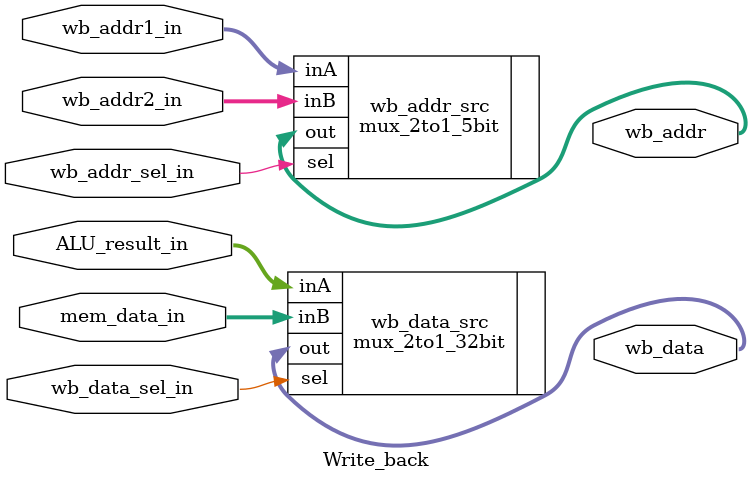
<source format=v>
module Write_back(
					ALU_result_in,
					mem_data_in,
					wb_data_sel_in,
					wb_addr1_in,
					wb_addr2_in,
					wb_addr_sel_in,
					wb_addr,
					wb_data
					);
	input [31:0] ALU_result_in;
	input [31:0] mem_data_in;
	input wb_data_sel_in;
	input [4:0] wb_addr1_in;
	input [4:0] wb_addr2_in;
	input wb_addr_sel_in;

	output [31:0] wb_data;
	output [4:0] wb_addr;

	mux_2to1_32bit wb_data_src(.out(wb_data), .inA(ALU_result_in), .inB(mem_data_in), .sel(wb_data_sel_in));
	mux_2to1_5bit wb_addr_src(.out(wb_addr), .inA(wb_addr1_in), .inB(wb_addr2_in), .sel(wb_addr_sel_in));
endmodule
</source>
